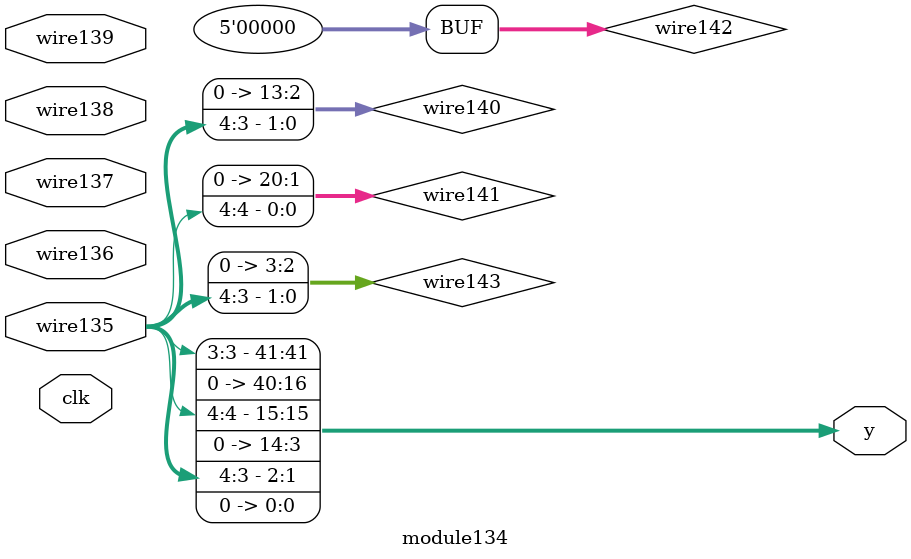
<source format=v>
module top
#(parameter param331 = (^~(((~|((8'haa) << (8'hb1))) <<< (((8'ha3) * (8'had)) <<< ((8'ha9) && (8'h9e)))) ? (((&(8'hbd)) != ((8'haf) ? (8'ha4) : (8'h9c))) && {(~&(8'hbc))}) : (!(^{(8'hbf), (8'ha1)})))), 
parameter param332 = (((param331 ? (param331 != (param331 ? (8'haa) : param331)) : (&param331)) ^~ {param331}) <= (((param331 <<< (+param331)) ? ((param331 ? param331 : param331) ? param331 : (^param331)) : (-param331)) ? (({param331} < (param331 < param331)) > ((param331 ? (8'hb3) : (8'hbd)) * (~(8'hbc)))) : ({(param331 && (8'hb7)), (param331 ? param331 : param331)} ? {((8'hb3) & param331), (-param331)} : ((param331 ? param331 : param331) * (param331 < param331))))))
(y, clk, wire0, wire1, wire2, wire3);
  output wire [(32'ha0):(32'h0)] y;
  input wire [(1'h0):(1'h0)] clk;
  input wire [(5'h10):(1'h0)] wire0;
  input wire [(5'h13):(1'h0)] wire1;
  input wire signed [(5'h15):(1'h0)] wire2;
  input wire signed [(4'hf):(1'h0)] wire3;
  wire signed [(4'hd):(1'h0)] wire330;
  wire signed [(3'h5):(1'h0)] wire328;
  wire signed [(4'hd):(1'h0)] wire327;
  wire signed [(5'h13):(1'h0)] wire326;
  wire [(5'h10):(1'h0)] wire118;
  wire signed [(5'h13):(1'h0)] wire120;
  wire signed [(2'h2):(1'h0)] wire121;
  wire [(4'h9):(1'h0)] wire122;
  wire signed [(3'h6):(1'h0)] wire123;
  wire signed [(5'h10):(1'h0)] wire124;
  wire [(5'h11):(1'h0)] wire125;
  wire [(3'h7):(1'h0)] wire126;
  wire signed [(4'hf):(1'h0)] wire324;
  reg signed [(2'h2):(1'h0)] reg329 = (1'h0);
  assign y = {wire330,
                 wire328,
                 wire327,
                 wire326,
                 wire118,
                 wire120,
                 wire121,
                 wire122,
                 wire123,
                 wire124,
                 wire125,
                 wire126,
                 wire324,
                 reg329,
                 (1'h0)};
  module4 #() modinst119 (wire118, clk, wire2, wire1, wire0, wire3);
  assign wire120 = wire0;
  assign wire121 = $unsigned((-(($unsigned(wire2) ~^ $signed(wire0)) >>> ((wire118 <<< wire2) ?
                       {wire1} : $signed(wire3)))));
  assign wire122 = $unsigned(($unsigned((~^$signed(wire1))) ?
                       ((~(wire3 ?
                           (8'ha1) : wire118)) >= (|wire120[(1'h1):(1'h1)])) : (wire3[(4'h9):(1'h0)] ?
                           $unsigned((wire118 ?
                               (8'hbc) : wire121)) : wire118)));
  assign wire123 = ((~$unsigned((wire121[(1'h0):(1'h0)] ^ (wire1 ^~ wire3)))) >> ((-(!(^wire122))) <<< $signed((wire2 > {wire1}))));
  assign wire124 = wire1;
  assign wire125 = (8'hae);
  assign wire126 = wire0;
  module127 #() modinst325 (wire324, clk, wire120, wire0, wire118, wire126, wire124);
  assign wire326 = ($signed(wire3[(1'h0):(1'h0)]) * (~|($signed(wire125[(3'h5):(2'h2)]) ?
                       $unsigned((^~(8'ha9))) : $unsigned((|(8'h9f))))));
  assign wire327 = (wire118 ?
                       ((-$signed((wire122 ?
                           wire0 : wire121))) * (~^$unsigned($unsigned(wire122)))) : ($signed((wire324 ^ (~^(8'hb8)))) ?
                           (($unsigned((8'ha5)) ~^ (wire3 ?
                               (8'ha0) : wire3)) * (-wire125)) : $unsigned(({wire126} >>> $signed(wire324)))));
  assign wire328 = $unsigned(((8'hb1) ? wire324 : wire3[(2'h3):(2'h2)]));
  always
    @(posedge clk) begin
      reg329 <= $signed((wire125 ?
          ({(wire125 == (7'h43))} ?
              {$unsigned(wire2)} : $unsigned((8'h9d))) : {(-$signed(wire324)),
              wire327[(2'h2):(1'h1)]}));
    end
  assign wire330 = reg329[(2'h2):(1'h1)];
endmodule

module module127
#(parameter param322 = (8'ha7), 
parameter param323 = param322)
(y, clk, wire132, wire131, wire130, wire129, wire128);
  output wire [(32'h273):(32'h0)] y;
  input wire [(1'h0):(1'h0)] clk;
  input wire signed [(4'hd):(1'h0)] wire132;
  input wire signed [(4'hd):(1'h0)] wire131;
  input wire signed [(5'h10):(1'h0)] wire130;
  input wire signed [(3'h7):(1'h0)] wire129;
  input wire signed [(5'h10):(1'h0)] wire128;
  wire [(4'hf):(1'h0)] wire145;
  wire [(4'hc):(1'h0)] wire133;
  wire signed [(4'he):(1'h0)] wire147;
  wire signed [(2'h3):(1'h0)] wire155;
  wire signed [(3'h4):(1'h0)] wire190;
  wire [(3'h7):(1'h0)] wire221;
  wire signed [(4'h8):(1'h0)] wire223;
  wire [(5'h13):(1'h0)] wire224;
  wire signed [(5'h12):(1'h0)] wire225;
  wire [(5'h10):(1'h0)] wire226;
  wire signed [(3'h6):(1'h0)] wire227;
  wire [(4'he):(1'h0)] wire295;
  wire signed [(5'h10):(1'h0)] wire297;
  wire signed [(3'h7):(1'h0)] wire320;
  reg [(5'h14):(1'h0)] reg189 = (1'h0);
  reg signed [(4'he):(1'h0)] reg188 = (1'h0);
  reg [(5'h10):(1'h0)] reg187 = (1'h0);
  reg signed [(3'h5):(1'h0)] reg186 = (1'h0);
  reg [(2'h2):(1'h0)] reg185 = (1'h0);
  reg signed [(4'hb):(1'h0)] reg184 = (1'h0);
  reg [(4'hd):(1'h0)] reg183 = (1'h0);
  reg [(5'h13):(1'h0)] reg182 = (1'h0);
  reg signed [(4'hb):(1'h0)] reg181 = (1'h0);
  reg signed [(3'h4):(1'h0)] reg180 = (1'h0);
  reg signed [(4'hb):(1'h0)] reg179 = (1'h0);
  reg [(4'he):(1'h0)] reg178 = (1'h0);
  reg signed [(4'he):(1'h0)] reg177 = (1'h0);
  reg [(5'h10):(1'h0)] reg176 = (1'h0);
  reg signed [(5'h10):(1'h0)] reg175 = (1'h0);
  reg signed [(4'h8):(1'h0)] reg174 = (1'h0);
  reg signed [(4'hc):(1'h0)] reg173 = (1'h0);
  reg [(4'hf):(1'h0)] reg172 = (1'h0);
  reg signed [(2'h2):(1'h0)] reg171 = (1'h0);
  reg [(4'hf):(1'h0)] reg170 = (1'h0);
  reg [(5'h13):(1'h0)] reg169 = (1'h0);
  reg [(4'h9):(1'h0)] reg168 = (1'h0);
  reg signed [(4'h9):(1'h0)] reg167 = (1'h0);
  reg [(2'h3):(1'h0)] reg166 = (1'h0);
  reg signed [(4'h8):(1'h0)] reg165 = (1'h0);
  reg signed [(4'h8):(1'h0)] reg164 = (1'h0);
  reg [(5'h10):(1'h0)] reg163 = (1'h0);
  reg signed [(2'h3):(1'h0)] reg162 = (1'h0);
  reg [(2'h2):(1'h0)] reg161 = (1'h0);
  reg [(4'he):(1'h0)] reg160 = (1'h0);
  reg [(4'hb):(1'h0)] reg159 = (1'h0);
  reg [(5'h11):(1'h0)] reg158 = (1'h0);
  reg signed [(4'h8):(1'h0)] reg157 = (1'h0);
  reg signed [(5'h10):(1'h0)] reg156 = (1'h0);
  reg signed [(5'h13):(1'h0)] reg154 = (1'h0);
  reg [(3'h6):(1'h0)] reg153 = (1'h0);
  reg [(5'h15):(1'h0)] reg152 = (1'h0);
  reg signed [(4'hf):(1'h0)] reg151 = (1'h0);
  reg signed [(3'h5):(1'h0)] reg150 = (1'h0);
  reg signed [(4'hb):(1'h0)] reg149 = (1'h0);
  reg signed [(4'h9):(1'h0)] reg148 = (1'h0);
  assign y = {wire145,
                 wire133,
                 wire147,
                 wire155,
                 wire190,
                 wire221,
                 wire223,
                 wire224,
                 wire225,
                 wire226,
                 wire227,
                 wire295,
                 wire297,
                 wire320,
                 reg189,
                 reg188,
                 reg187,
                 reg186,
                 reg185,
                 reg184,
                 reg183,
                 reg182,
                 reg181,
                 reg180,
                 reg179,
                 reg178,
                 reg177,
                 reg176,
                 reg175,
                 reg174,
                 reg173,
                 reg172,
                 reg171,
                 reg170,
                 reg169,
                 reg168,
                 reg167,
                 reg166,
                 reg165,
                 reg164,
                 reg163,
                 reg162,
                 reg161,
                 reg160,
                 reg159,
                 reg158,
                 reg157,
                 reg156,
                 reg154,
                 reg153,
                 reg152,
                 reg151,
                 reg150,
                 reg149,
                 reg148,
                 (1'h0)};
  assign wire133 = {$unsigned((8'hb0))};
  module134 #() modinst146 (wire145, clk, wire131, wire130, wire133, wire129, wire128);
  assign wire147 = (wire128 ?
                       (wire145 ?
                           (wire133 > $signed($unsigned(wire130))) : {($signed(wire129) != (8'hba)),
                               wire131}) : $signed(($unsigned((8'hb9)) ^~ (wire129[(2'h2):(2'h2)] & (wire128 ?
                           wire130 : (8'hb5))))));
  always
    @(posedge clk) begin
      reg148 <= (8'hba);
      reg149 <= (((8'hb6) ?
          (&wire133[(4'h8):(3'h4)]) : $signed($signed((wire130 ?
              wire129 : (8'ha6))))) ^~ (($signed(wire145[(4'h9):(4'h8)]) ?
              wire145[(4'he):(4'he)] : wire128[(4'hc):(4'hc)]) ?
          (-(!(wire128 ?
              wire133 : wire147))) : (((8'hb6) || wire130[(4'hf):(4'hd)]) ?
              ((wire130 <= wire147) ^ (wire128 - wire147)) : wire133)));
      if (({{$signed((wire145 ? wire130 : wire147)), wire132}} ?
          ($unsigned((~&$signed((8'h9c)))) >= (&$unsigned($unsigned(wire128)))) : (((~$signed((8'hb7))) ?
                  $signed($unsigned(wire129)) : wire133) ?
              wire128 : $unsigned((wire128 ?
                  (reg148 ? (8'h9c) : (7'h44)) : (reg148 ^ wire133))))))
        begin
          reg150 <= {$signed((8'h9d)),
              (wire130[(5'h10):(3'h6)] ?
                  ($signed((wire131 ?
                      wire130 : wire129)) << (~^$unsigned(reg149))) : wire130)};
          reg151 <= (^{$signed($unsigned(wire131[(4'h9):(2'h3)])),
              $signed((|$signed(wire129)))});
        end
      else
        begin
          reg150 <= $signed(wire131);
          reg151 <= $unsigned(wire130[(3'h4):(2'h2)]);
          reg152 <= wire128;
          if (($signed({$signed(wire145[(1'h1):(1'h1)]),
              (^~(reg148 ? wire128 : (8'hb4)))}) == reg148[(2'h2):(1'h0)]))
            begin
              reg153 <= $signed(({wire133,
                  wire128} || $unsigned({$signed(wire131),
                  reg149[(4'h9):(1'h1)]})));
              reg154 <= (($unsigned(wire133) - wire145[(3'h4):(2'h3)]) ?
                  wire147[(4'hc):(4'h9)] : ((wire145 ?
                      {((8'ha8) ^~ wire130),
                          (-wire133)} : $signed(reg153[(2'h2):(1'h0)])) < $unsigned((wire145[(4'hf):(3'h7)] ?
                      (wire131 * wire130) : reg151))));
            end
          else
            begin
              reg153 <= wire132[(3'h7):(2'h2)];
            end
        end
    end
  assign wire155 = $unsigned((wire130 ?
                       reg153[(2'h3):(1'h0)] : {({wire145, wire131} ?
                               wire147 : $signed(wire130))}));
  always
    @(posedge clk) begin
      reg156 <= $unsigned(wire130[(4'hb):(4'h9)]);
      if (({$signed($signed((^~wire132))),
          $signed((reg156 ?
              $signed(wire147) : wire128[(3'h7):(2'h2)]))} ~^ ((((reg152 ?
                  (8'ha5) : reg149) ?
              reg151 : (reg150 ? wire133 : reg148)) ?
          $signed((-wire155)) : $unsigned($unsigned(wire145))) > ((~|$unsigned((8'ha5))) ?
          $unsigned($unsigned(reg153)) : $unsigned($unsigned(wire129))))))
        begin
          reg157 <= (reg151[(1'h1):(1'h1)] ?
              $signed((~(wire130 <= wire129[(3'h5):(2'h3)]))) : ((~|reg156) ?
                  ($signed(reg152[(5'h13):(5'h11)]) - (^((8'ha5) * (8'hb6)))) : ($signed($unsigned(wire130)) ?
                      wire132[(4'h9):(2'h2)] : $signed($unsigned(wire145)))));
          reg158 <= $signed((($unsigned((8'had)) > reg150) ?
              (((reg150 ? reg150 : wire131) ?
                  $unsigned(reg148) : reg151[(4'h8):(1'h0)]) >> wire147[(3'h7):(3'h4)]) : (reg149 ?
                  (~&(^reg148)) : $unsigned((~|reg156)))));
        end
      else
        begin
          reg157 <= reg148;
          reg158 <= wire128;
          reg159 <= (($signed({$unsigned(wire133),
              (+wire155)}) + $signed({(wire131 ? wire133 : wire129),
              {(8'hb8), reg158}})) <= ((!(|$signed(reg148))) ?
              $unsigned(((~^wire132) > ((8'hbd) && wire147))) : wire133));
          if ((($signed(reg156) ?
              (8'hae) : {$unsigned((8'ha4))}) < ((~|(~^$signed(wire128))) || $signed((wire131[(4'h8):(3'h4)] ?
              wire133 : $unsigned(reg156))))))
            begin
              reg160 <= reg154;
              reg161 <= (~$unsigned((^~($signed((8'hb2)) ?
                  reg148 : (reg152 << wire131)))));
            end
          else
            begin
              reg160 <= reg156;
              reg161 <= $unsigned(reg152);
            end
        end
      if (($signed(wire131) <= (|($signed($unsigned(reg160)) ^~ $signed($unsigned(wire155))))))
        begin
          if (((wire129[(2'h3):(2'h2)] != (((reg149 ? wire133 : reg150) ?
              (^~reg161) : $unsigned(wire130)) <<< ((&wire130) ?
              reg151[(3'h5):(3'h4)] : ((8'hb0) << wire155)))) - ($unsigned(wire128[(1'h0):(1'h0)]) ?
              (8'haf) : wire132)))
            begin
              reg162 <= (reg160[(4'hc):(4'hc)] <= ($unsigned($unsigned(reg157)) ?
                  $signed(($unsigned(wire130) < $signed(reg152))) : (reg152[(4'hf):(1'h0)] ~^ reg161[(2'h2):(2'h2)])));
              reg163 <= $signed($unsigned((8'h9e)));
              reg164 <= wire129[(3'h7):(2'h2)];
            end
          else
            begin
              reg162 <= {((8'hb0) ?
                      (~^($signed(reg150) ?
                          (reg153 || wire145) : ((8'ha8) ?
                              (8'hbd) : wire129))) : (|$signed(reg148[(3'h4):(1'h0)]))),
                  reg154};
              reg163 <= ((8'hae) ?
                  ($unsigned($unsigned((+wire145))) <= ($unsigned($unsigned(wire147)) >= ($signed(wire132) && $signed((8'hb0))))) : ($signed($unsigned((wire133 <<< reg158))) ?
                      reg157[(3'h4):(2'h2)] : (-wire132)));
            end
          reg165 <= (reg149[(1'h0):(1'h0)] ?
              reg150 : {((|(reg151 ? wire128 : reg153)) ?
                      (|$signed(reg153)) : $unsigned((~^wire128)))});
          reg166 <= reg149[(2'h2):(1'h1)];
          reg167 <= {reg157, reg162};
        end
      else
        begin
          reg162 <= $unsigned((~$unsigned($signed(reg157[(1'h1):(1'h1)]))));
          if ((reg167 <= ((reg166[(1'h1):(1'h0)] ?
              wire155[(2'h3):(2'h2)] : (~^$unsigned(wire147))) == $unsigned((^$signed(reg152))))))
            begin
              reg163 <= reg158;
              reg164 <= ($unsigned(reg165[(1'h0):(1'h0)]) ^~ reg162[(2'h3):(2'h2)]);
            end
          else
            begin
              reg163 <= ($unsigned($signed(reg160)) ?
                  $signed($signed($signed((wire129 ?
                      wire130 : wire145)))) : reg149);
            end
          if (($unsigned($unsigned(({(7'h42), (8'hab)} ?
              (reg164 ?
                  wire129 : reg161) : $unsigned(wire145)))) >> ((wire130[(2'h2):(2'h2)] <<< (|(!reg149))) ?
              wire147 : (wire155[(2'h3):(2'h2)] >>> $signed(reg149[(3'h6):(2'h3)])))))
            begin
              reg165 <= (~|($signed(($signed((8'had)) ?
                  (wire132 * reg148) : $signed(reg167))) ^~ ($signed(((8'ha5) ?
                  reg164 : (8'hb9))) & $signed($unsigned(reg153)))));
              reg166 <= $signed($unsigned((reg151 ?
                  ((~&reg153) ?
                      ((8'ha7) ? reg167 : reg164) : reg158) : $signed((wire131 ?
                      reg163 : reg166)))));
              reg167 <= ({reg148[(4'h9):(3'h5)],
                      (((~&reg149) ^ (-(8'ha5))) <= (!$signed(reg166)))} ?
                  $unsigned((reg150 >>> (^(&reg164)))) : $unsigned(($signed(wire131[(2'h2):(1'h1)]) || (+(!wire129)))));
            end
          else
            begin
              reg165 <= ({(reg152[(4'hd):(2'h3)] << ((+reg160) <<< $signed(wire131)))} << (reg165 << $signed($unsigned({(8'hb8),
                  reg153}))));
            end
          reg168 <= reg167;
          reg169 <= reg156;
        end
      reg170 <= wire128[(4'hc):(1'h1)];
    end
  always
    @(posedge clk) begin
      if ((reg157 & (((reg153[(1'h0):(1'h0)] && $unsigned(reg154)) > (^~$unsigned(reg149))) ?
          ({reg153[(3'h6):(1'h0)], reg156[(4'hf):(3'h5)]} ?
              reg154 : {((8'haa) < wire131)}) : ({reg167[(3'h7):(1'h0)]} ?
              $signed($unsigned(reg156)) : (+wire145)))))
        begin
          reg171 <= (&wire130[(3'h4):(1'h0)]);
          if (((8'h9f) ?
              reg164[(1'h1):(1'h1)] : ($signed(((reg166 ? wire130 : wire147) ?
                  (reg170 == reg154) : (wire133 ?
                      wire129 : reg165))) && (~&$unsigned((^~reg148))))))
            begin
              reg172 <= wire155[(1'h1):(1'h1)];
              reg173 <= wire132;
              reg174 <= reg161[(1'h0):(1'h0)];
              reg175 <= $signed(((^~{$signed(reg169), reg165}) ?
                  reg169 : $signed((^(~|reg149)))));
              reg176 <= wire147;
            end
          else
            begin
              reg172 <= $signed($unsigned($signed($signed($unsigned(reg149)))));
            end
          if ((~^((((wire145 ^ (8'hbf)) ?
                      $signed(reg169) : {wire147, wire147}) ?
                  wire131[(3'h5):(2'h3)] : reg158[(4'ha):(3'h6)]) ?
              ($signed($signed((8'hb1))) << $unsigned(reg172[(4'hb):(4'hb)])) : reg159[(3'h7):(3'h5)])))
            begin
              reg177 <= reg162;
              reg178 <= (($signed(reg163) - reg152) < wire129);
            end
          else
            begin
              reg177 <= (($unsigned(reg177[(2'h2):(2'h2)]) < (~$signed($unsigned((8'hbb))))) ?
                  (~^reg169) : $signed(reg154));
              reg178 <= $unsigned(wire155);
            end
          reg179 <= ($signed($signed(reg158)) || $unsigned(((-$signed(wire133)) | ((reg164 ?
                  reg160 : (8'ha9)) ?
              reg162[(2'h2):(2'h2)] : (8'ha6)))));
          if ((reg176[(5'h10):(1'h0)] * reg153[(3'h4):(1'h1)]))
            begin
              reg180 <= ((((((8'h9d) ? reg175 : wire133) ?
                      $signed(reg157) : (reg162 ?
                          (8'hba) : reg176)) >>> $signed($signed(reg158))) == $signed($unsigned((reg175 >> reg157)))) ?
                  reg171[(1'h1):(1'h0)] : $unsigned(($unsigned(wire145[(4'hb):(3'h5)]) * (~reg179[(3'h7):(2'h2)]))));
              reg181 <= $signed(reg162);
              reg182 <= wire155;
              reg183 <= reg180[(2'h3):(2'h3)];
              reg184 <= {(-$signed(reg158)), {reg156, wire133}};
            end
          else
            begin
              reg180 <= (~&$signed(($unsigned($signed(reg163)) ?
                  {(reg149 >>> wire145)} : (&{wire147}))));
              reg181 <= reg171;
              reg182 <= reg181[(4'ha):(2'h3)];
              reg183 <= ((wire147[(2'h2):(1'h1)] ?
                  reg149 : (|(-reg149[(3'h5):(3'h5)]))) >= (~&((reg183[(4'hb):(3'h5)] & (reg156 ?
                      wire132 : reg156)) ?
                  $unsigned($unsigned(wire130)) : (wire132[(3'h5):(3'h4)] == reg156))));
              reg184 <= wire130[(5'h10):(4'hd)];
            end
        end
      else
        begin
          if (reg164[(1'h0):(1'h0)])
            begin
              reg171 <= reg156[(1'h0):(1'h0)];
              reg172 <= (reg157[(1'h0):(1'h0)] < ((&reg164) <= wire130[(3'h7):(3'h7)]));
              reg173 <= {{reg177}, (reg171 ~^ reg184)};
              reg174 <= reg176[(2'h3):(2'h2)];
            end
          else
            begin
              reg171 <= reg159;
              reg172 <= reg149[(4'hb):(2'h2)];
              reg173 <= $signed((^reg167[(3'h4):(1'h1)]));
              reg174 <= $signed({$unsigned({(wire133 >> (7'h44))})});
              reg175 <= $signed({$signed(reg149[(4'h8):(1'h1)])});
            end
          reg176 <= (|(&$unsigned($unsigned((~wire131)))));
          reg177 <= $unsigned($signed({$unsigned({reg165, reg171}),
              ($unsigned(wire131) || (reg156 | reg163))}));
          if (reg182)
            begin
              reg178 <= (8'h9d);
            end
          else
            begin
              reg178 <= $unsigned($signed($unsigned(reg162[(2'h3):(1'h1)])));
              reg179 <= reg169;
              reg180 <= reg181;
              reg181 <= ($signed(reg165) ?
                  reg176 : ((!reg152) ~^ wire145[(1'h1):(1'h1)]));
            end
          if (({{reg160[(3'h4):(3'h4)],
                  {{reg177, reg149}, wire145[(3'h6):(2'h3)]}},
              reg179[(4'h9):(1'h1)]} << $signed(({$signed((8'had)),
                  (wire129 <= (8'ha8))} ?
              $signed((&(8'ha2))) : (&reg166)))))
            begin
              reg182 <= reg168;
              reg183 <= {(|(((+reg165) <= {reg160}) <<< (8'hb8))),
                  reg167[(3'h6):(3'h6)]};
              reg184 <= (8'hbf);
              reg185 <= ({reg159[(3'h7):(3'h7)],
                  reg174[(1'h0):(1'h0)]} < {$unsigned($unsigned((reg169 != wire155)))});
              reg186 <= ($unsigned($signed(reg174)) | wire133);
            end
          else
            begin
              reg182 <= reg161[(1'h1):(1'h1)];
              reg183 <= $signed(reg154[(2'h3):(2'h3)]);
            end
        end
      reg187 <= $signed((^~$signed(((~|wire128) && reg182))));
      reg188 <= reg171[(2'h2):(1'h1)];
      reg189 <= reg171;
    end
  assign wire190 = $unsigned($unsigned($signed({(reg165 ? (8'ha2) : reg151),
                       $unsigned(wire128)})));
  module191 #() modinst222 (.wire195(reg163), .wire194(reg157), .wire192(reg158), .clk(clk), .wire193(reg154), .y(wire221));
  assign wire223 = $unsigned(reg188[(4'hb):(4'h8)]);
  assign wire224 = ((wire155[(2'h2):(1'h0)] ^~ wire131) ?
                       $signed($unsigned({reg151, wire221})) : (reg167 ?
                           (reg175[(2'h2):(1'h0)] || ($signed(wire221) ?
                               wire133[(4'h8):(4'h8)] : {wire133})) : wire131));
  assign wire225 = $unsigned(reg175[(4'hc):(3'h5)]);
  assign wire226 = ($signed($unsigned($signed($signed((8'hb0))))) ?
                       $signed(reg154[(2'h2):(2'h2)]) : reg189[(2'h2):(1'h1)]);
  assign wire227 = (($unsigned(((|(8'hab)) == $signed(reg184))) ?
                           wire147 : ($signed(reg167) & ((~reg170) && (reg179 ?
                               wire224 : reg183)))) ?
                       $signed(reg175[(4'hf):(4'hb)]) : $signed(wire130));
  module228 #() modinst296 (.wire232(wire226), .wire231(wire223), .wire229(reg169), .clk(clk), .wire230(reg154), .y(wire295));
  assign wire297 = (~|{((|$unsigned(reg148)) ?
                           reg181 : $signed(((8'h9e) >>> wire155)))});
  module298 #() modinst321 (.wire303(reg164), .wire300(reg183), .wire302(reg158), .wire301(reg181), .clk(clk), .y(wire320), .wire299(wire128));
endmodule

module module4  (y, clk, wire5, wire6, wire7, wire8);
  output wire [(32'hb3):(32'h0)] y;
  input wire [(1'h0):(1'h0)] clk;
  input wire [(5'h15):(1'h0)] wire5;
  input wire signed [(5'h13):(1'h0)] wire6;
  input wire [(5'h10):(1'h0)] wire7;
  input wire [(4'hc):(1'h0)] wire8;
  wire [(3'h7):(1'h0)] wire116;
  wire signed [(5'h15):(1'h0)] wire78;
  wire [(4'hc):(1'h0)] wire77;
  wire [(3'h7):(1'h0)] wire76;
  wire [(5'h12):(1'h0)] wire55;
  wire [(4'hb):(1'h0)] wire57;
  wire [(4'hc):(1'h0)] wire74;
  reg [(5'h13):(1'h0)] reg63 = (1'h0);
  reg signed [(5'h14):(1'h0)] reg62 = (1'h0);
  reg [(4'he):(1'h0)] reg61 = (1'h0);
  reg [(4'hf):(1'h0)] reg60 = (1'h0);
  reg signed [(4'hb):(1'h0)] reg59 = (1'h0);
  reg signed [(4'hb):(1'h0)] reg58 = (1'h0);
  assign y = {wire116,
                 wire78,
                 wire77,
                 wire76,
                 wire55,
                 wire57,
                 wire74,
                 reg63,
                 reg62,
                 reg61,
                 reg60,
                 reg59,
                 reg58,
                 (1'h0)};
  module9 #() modinst56 (.wire13(wire8), .y(wire55), .wire12(wire6), .wire10((8'ha6)), .wire14(wire5), .wire11(wire7), .clk(clk));
  assign wire57 = wire5[(4'he):(3'h7)];
  always
    @(posedge clk) begin
      reg58 <= wire5[(5'h10):(3'h7)];
      if (wire6[(4'h9):(2'h2)])
        begin
          if (reg58[(2'h2):(1'h1)])
            begin
              reg59 <= $unsigned(wire57[(3'h4):(2'h3)]);
              reg60 <= ((-wire8[(3'h4):(1'h0)]) << (^~$unsigned({(wire7 ?
                      reg59 : reg59)})));
              reg61 <= (~reg60);
              reg62 <= wire57;
            end
          else
            begin
              reg59 <= reg59[(3'h5):(3'h5)];
            end
          reg63 <= $unsigned({(~&$signed(reg58))});
        end
      else
        begin
          reg59 <= (wire57 >> (wire55 ^ reg61[(3'h5):(1'h1)]));
        end
    end
  module64 #() modinst75 (wire74, clk, reg62, wire55, wire7, wire57);
  assign wire76 = (reg61[(1'h1):(1'h1)] ?
                      reg60 : ($signed((wire55[(4'hc):(1'h1)] ?
                          $signed((8'hbc)) : $signed(reg60))) != wire5[(5'h15):(4'he)]));
  assign wire77 = reg60[(4'he):(4'hc)];
  assign wire78 = reg63[(1'h0):(1'h0)];
  module79 #() modinst117 (.wire80(wire77), .wire82(reg63), .wire81(wire78), .wire83(wire55), .y(wire116), .wire84(wire57), .clk(clk));
endmodule

module module79
#(parameter param114 = (~&({({(8'ha4)} ? ((8'had) <= (7'h40)) : ((7'h42) <<< (8'hb9))), (((8'hb8) < (7'h40)) ? (+(8'ha7)) : ((8'ha3) || (8'hb4)))} ? {(8'ha6)} : {(!(~|(8'hb5))), (((8'h9e) * (8'hbe)) ? ((8'h9e) > (8'ha5)) : ((8'ha8) ? (8'hbd) : (8'hb4)))})), 
parameter param115 = ((~^(^~{{param114, param114}})) ? {(^~param114), (((|param114) ? (^~param114) : (~|param114)) != (~&(!param114)))} : ((+(^~(param114 >= param114))) ? (-((param114 >= param114) ? (&(8'hba)) : (param114 == param114))) : (param114 ? param114 : ((param114 - param114) ? (^~param114) : (~|param114))))))
(y, clk, wire84, wire83, wire82, wire81, wire80);
  output wire [(32'h148):(32'h0)] y;
  input wire [(1'h0):(1'h0)] clk;
  input wire signed [(4'hb):(1'h0)] wire84;
  input wire [(5'h10):(1'h0)] wire83;
  input wire [(4'hf):(1'h0)] wire82;
  input wire signed [(5'h14):(1'h0)] wire81;
  input wire signed [(3'h6):(1'h0)] wire80;
  wire [(5'h15):(1'h0)] wire113;
  wire [(4'hb):(1'h0)] wire112;
  wire signed [(4'h9):(1'h0)] wire111;
  wire signed [(4'h9):(1'h0)] wire110;
  wire [(5'h12):(1'h0)] wire98;
  wire signed [(4'ha):(1'h0)] wire97;
  wire signed [(4'hf):(1'h0)] wire96;
  wire [(3'h4):(1'h0)] wire95;
  wire signed [(4'h9):(1'h0)] wire94;
  wire signed [(4'hb):(1'h0)] wire93;
  wire [(4'hc):(1'h0)] wire91;
  wire signed [(2'h2):(1'h0)] wire90;
  wire [(5'h12):(1'h0)] wire89;
  wire signed [(4'he):(1'h0)] wire88;
  wire [(4'h8):(1'h0)] wire87;
  wire [(4'hd):(1'h0)] wire85;
  reg signed [(4'hc):(1'h0)] reg109 = (1'h0);
  reg signed [(2'h2):(1'h0)] reg108 = (1'h0);
  reg signed [(5'h12):(1'h0)] reg107 = (1'h0);
  reg signed [(2'h2):(1'h0)] reg106 = (1'h0);
  reg signed [(4'hf):(1'h0)] reg105 = (1'h0);
  reg signed [(4'hf):(1'h0)] reg104 = (1'h0);
  reg [(5'h14):(1'h0)] reg103 = (1'h0);
  reg signed [(2'h3):(1'h0)] reg102 = (1'h0);
  reg signed [(5'h10):(1'h0)] reg101 = (1'h0);
  reg signed [(3'h5):(1'h0)] reg100 = (1'h0);
  reg [(3'h5):(1'h0)] reg99 = (1'h0);
  reg [(4'hc):(1'h0)] reg92 = (1'h0);
  reg [(5'h12):(1'h0)] reg86 = (1'h0);
  assign y = {wire113,
                 wire112,
                 wire111,
                 wire110,
                 wire98,
                 wire97,
                 wire96,
                 wire95,
                 wire94,
                 wire93,
                 wire91,
                 wire90,
                 wire89,
                 wire88,
                 wire87,
                 wire85,
                 reg109,
                 reg108,
                 reg107,
                 reg106,
                 reg105,
                 reg104,
                 reg103,
                 reg102,
                 reg101,
                 reg100,
                 reg99,
                 reg92,
                 reg86,
                 (1'h0)};
  assign wire85 = wire83[(4'hf):(4'ha)];
  always
    @(posedge clk) begin
      reg86 <= $signed(($unsigned(($unsigned(wire81) >= $signed(wire84))) >> (wire82[(1'h1):(1'h1)] << $signed(wire85[(3'h7):(2'h2)]))));
    end
  assign wire87 = $signed((((8'hb9) ?
                      reg86 : wire80) - (($unsigned(wire81) ^ reg86[(3'h5):(2'h2)]) <<< ((~|(7'h42)) >> $signed(reg86)))));
  assign wire88 = wire83;
  assign wire89 = wire85;
  assign wire90 = wire80[(3'h6):(3'h6)];
  assign wire91 = wire82[(4'he):(3'h5)];
  always
    @(posedge clk) begin
      reg92 <= (~&((wire87 ?
          ({wire84, wire83} ?
              (^wire88) : wire88) : $signed((^~wire85))) == wire83));
    end
  assign wire93 = ({{$unsigned((wire90 ? wire90 : wire83))},
                      (wire80[(3'h5):(2'h3)] ?
                          $signed((~^wire84)) : {wire85,
                              {wire80}})} == $signed($signed($unsigned((wire84 ?
                      wire82 : wire81)))));
  assign wire94 = reg86[(3'h6):(3'h6)];
  assign wire95 = wire91;
  assign wire96 = (reg86 + (($unsigned($signed(wire81)) ?
                          (wire82[(4'hd):(4'hb)] ~^ $unsigned(wire91)) : (wire83 == reg86[(5'h10):(3'h6)])) ?
                      $signed($signed(wire82[(3'h7):(3'h5)])) : (8'ha0)));
  assign wire97 = (8'ha9);
  assign wire98 = (8'hb4);
  always
    @(posedge clk) begin
      reg99 <= {wire96,
          $unsigned(($unsigned((^~(8'hb1))) ?
              (((7'h42) ? wire97 : wire98) ?
                  $unsigned(wire81) : $signed(wire83)) : (reg92 ^ (reg86 ?
                  reg86 : wire85))))};
      reg100 <= wire90;
      reg101 <= $signed(($unsigned((&(wire90 + wire91))) <= {reg92,
          wire90[(1'h1):(1'h1)]}));
      reg102 <= $unsigned(wire89[(5'h10):(3'h5)]);
      if ((wire93[(3'h4):(1'h0)] ?
          {($signed($unsigned(reg100)) > {(reg92 ? wire84 : wire96),
                  $signed((8'hab))})} : (($signed((reg86 * wire80)) ?
              (wire85[(1'h0):(1'h0)] != wire94[(3'h5):(2'h3)]) : ($unsigned(wire93) ?
                  (wire89 ? wire81 : wire84) : wire91)) == ((-(wire96 ?
              wire96 : wire97)) != $signed((reg99 ? wire80 : wire82))))))
        begin
          reg103 <= (~((($signed(wire95) ? reg92[(3'h7):(3'h5)] : (^~wire89)) ?
              wire88[(4'h8):(2'h3)] : (8'hac)) * ((((8'hb3) != reg86) >= {reg86,
                  reg102}) ?
              {wire80[(2'h3):(2'h2)]} : $unsigned($signed(wire84)))));
        end
      else
        begin
          reg103 <= ($signed($signed({wire89,
              {reg102, wire94}})) || $signed({(8'hab), (+$signed(reg100))}));
          reg104 <= ((wire81[(4'hf):(4'ha)] ?
              wire96[(4'he):(1'h0)] : {reg103[(3'h7):(2'h2)]}) <<< reg101[(2'h3):(2'h2)]);
          if ((wire96[(4'hf):(1'h0)] & (~&((~|(reg99 == (8'hb1))) ?
              wire91[(4'hb):(2'h2)] : ((reg99 != wire98) ?
                  (wire81 && (8'ha0)) : {wire98, wire91})))))
            begin
              reg105 <= $signed({wire83[(3'h4):(1'h1)], wire88});
              reg106 <= reg86;
              reg107 <= (({($unsigned(reg86) ^ $signed(reg105))} ?
                      $signed($signed((reg99 ? wire95 : wire94))) : wire95) ?
                  reg105 : wire94);
              reg108 <= $unsigned((($signed((wire81 << reg107)) - ($signed((8'ha4)) >>> $unsigned(reg100))) >= $signed((|$unsigned(wire87)))));
              reg109 <= $signed($signed(wire97[(1'h0):(1'h0)]));
            end
          else
            begin
              reg105 <= (~^$signed((((reg106 << (7'h40)) >>> (^wire80)) >> reg86[(3'h7):(3'h7)])));
              reg106 <= (|reg107);
            end
        end
    end
  assign wire110 = (wire80[(1'h1):(1'h1)] ?
                       ($unsigned((7'h40)) ?
                           $signed(reg86) : (&$signed($unsigned((8'h9d))))) : ((reg103 <<< $signed($unsigned((8'h9d)))) ?
                           $signed($unsigned(wire80)) : (~&$unsigned((~wire90)))));
  assign wire111 = $signed((^~(|{reg107[(1'h0):(1'h0)], (-wire87)})));
  assign wire112 = wire89;
  assign wire113 = {$unsigned((({wire110} == $unsigned(reg104)) ?
                           $signed(wire112) : wire96)),
                       (($unsigned($unsigned(wire82)) ?
                               reg106 : {wire84, $unsigned((8'hb6))}) ?
                           ((8'hbc) ?
                               {(wire98 ?
                                       (8'hb0) : wire81)} : {reg107[(1'h0):(1'h0)],
                                   $unsigned(reg106)}) : $signed({{wire80,
                                   (8'hbf)},
                               (8'ha6)}))};
endmodule

module module64
#(parameter param73 = ((8'hb4) != ((+((+(8'ha0)) ~^ (~(8'hbe)))) + ((8'h9e) <<< (((8'ha0) ? (8'hb9) : (8'haf)) == ((8'had) ? (8'h9c) : (7'h43)))))))
(y, clk, wire68, wire67, wire66, wire65);
  output wire [(32'h29):(32'h0)] y;
  input wire [(1'h0):(1'h0)] clk;
  input wire [(4'h8):(1'h0)] wire68;
  input wire signed [(5'h12):(1'h0)] wire67;
  input wire signed [(4'hf):(1'h0)] wire66;
  input wire [(3'h6):(1'h0)] wire65;
  wire signed [(4'h8):(1'h0)] wire72;
  wire [(3'h6):(1'h0)] wire71;
  wire [(5'h13):(1'h0)] wire70;
  wire [(3'h7):(1'h0)] wire69;
  assign y = {wire72, wire71, wire70, wire69, (1'h0)};
  assign wire69 = wire68;
  assign wire70 = wire69;
  assign wire71 = (~(wire67[(4'he):(3'h6)] ? wire65[(3'h6):(2'h3)] : wire70));
  assign wire72 = wire65[(1'h0):(1'h0)];
endmodule

module module9
#(parameter param54 = (((((!(8'hb0)) ? {(8'hbc)} : (-(8'ha6))) == (((8'ha7) ^~ (7'h43)) <<< ((8'haf) ? (8'ha1) : (8'h9f)))) ? ({(+(8'ha1)), (~^(8'hab))} << (((8'hb5) >>> (7'h43)) <<< (-(8'ha8)))) : {(~(~|(8'hbb))), (+((8'hbf) >> (8'ha8)))}) ? (8'hb8) : (((-((8'hab) > (8'h9e))) ? (((8'hbe) ? (8'hb1) : (8'hb0)) >>> (+(8'hba))) : (!((8'ha2) ? (8'ha9) : (8'hb6)))) || (((-(8'hae)) >>> (8'hb0)) <<< (|{(8'hb6)})))))
(y, clk, wire14, wire13, wire12, wire11, wire10);
  output wire [(32'h1e3):(32'h0)] y;
  input wire [(1'h0):(1'h0)] clk;
  input wire [(4'h8):(1'h0)] wire14;
  input wire signed [(3'h6):(1'h0)] wire13;
  input wire signed [(4'h9):(1'h0)] wire12;
  input wire signed [(5'h10):(1'h0)] wire11;
  input wire signed [(5'h14):(1'h0)] wire10;
  wire signed [(4'hc):(1'h0)] wire53;
  wire signed [(4'hc):(1'h0)] wire35;
  wire [(3'h7):(1'h0)] wire34;
  wire [(5'h10):(1'h0)] wire33;
  wire signed [(4'he):(1'h0)] wire16;
  wire signed [(3'h4):(1'h0)] wire15;
  reg signed [(5'h12):(1'h0)] reg52 = (1'h0);
  reg signed [(5'h10):(1'h0)] reg51 = (1'h0);
  reg [(4'h8):(1'h0)] reg50 = (1'h0);
  reg [(4'hf):(1'h0)] reg49 = (1'h0);
  reg [(3'h7):(1'h0)] reg48 = (1'h0);
  reg [(5'h13):(1'h0)] reg47 = (1'h0);
  reg [(5'h14):(1'h0)] reg46 = (1'h0);
  reg signed [(4'h8):(1'h0)] reg45 = (1'h0);
  reg signed [(4'he):(1'h0)] reg44 = (1'h0);
  reg signed [(5'h15):(1'h0)] reg43 = (1'h0);
  reg [(4'hd):(1'h0)] reg42 = (1'h0);
  reg signed [(3'h6):(1'h0)] reg41 = (1'h0);
  reg [(4'he):(1'h0)] reg40 = (1'h0);
  reg [(5'h15):(1'h0)] reg39 = (1'h0);
  reg [(5'h10):(1'h0)] reg38 = (1'h0);
  reg signed [(4'h9):(1'h0)] reg37 = (1'h0);
  reg [(3'h4):(1'h0)] reg36 = (1'h0);
  reg [(3'h4):(1'h0)] reg32 = (1'h0);
  reg [(4'hc):(1'h0)] reg31 = (1'h0);
  reg signed [(4'hf):(1'h0)] reg30 = (1'h0);
  reg signed [(4'hf):(1'h0)] reg29 = (1'h0);
  reg signed [(5'h13):(1'h0)] reg28 = (1'h0);
  reg [(5'h13):(1'h0)] reg27 = (1'h0);
  reg [(2'h3):(1'h0)] reg26 = (1'h0);
  reg signed [(3'h6):(1'h0)] reg25 = (1'h0);
  reg signed [(5'h12):(1'h0)] reg24 = (1'h0);
  reg [(4'hc):(1'h0)] reg23 = (1'h0);
  reg signed [(4'ha):(1'h0)] reg22 = (1'h0);
  reg signed [(5'h10):(1'h0)] reg21 = (1'h0);
  reg signed [(4'hc):(1'h0)] reg20 = (1'h0);
  reg [(4'hf):(1'h0)] reg19 = (1'h0);
  reg [(2'h2):(1'h0)] reg18 = (1'h0);
  reg signed [(4'ha):(1'h0)] reg17 = (1'h0);
  assign y = {wire53,
                 wire35,
                 wire34,
                 wire33,
                 wire16,
                 wire15,
                 reg52,
                 reg51,
                 reg50,
                 reg49,
                 reg48,
                 reg47,
                 reg46,
                 reg45,
                 reg44,
                 reg43,
                 reg42,
                 reg41,
                 reg40,
                 reg39,
                 reg38,
                 reg37,
                 reg36,
                 reg32,
                 reg31,
                 reg30,
                 reg29,
                 reg28,
                 reg27,
                 reg26,
                 reg25,
                 reg24,
                 reg23,
                 reg22,
                 reg21,
                 reg20,
                 reg19,
                 reg18,
                 reg17,
                 (1'h0)};
  assign wire15 = $unsigned($unsigned((!{wire14[(3'h6):(3'h4)],
                      $signed((8'hb6))})));
  assign wire16 = $unsigned($signed(wire15));
  always
    @(posedge clk) begin
      reg17 <= wire14[(3'h5):(1'h1)];
      reg18 <= (8'hb1);
      reg19 <= {{({$unsigned(wire12)} & ($signed(wire10) > wire11[(3'h5):(3'h4)])),
              $signed((^~$unsigned(wire10)))}};
      if ({wire16, reg17[(3'h4):(2'h2)]})
        begin
          reg20 <= reg19;
          reg21 <= reg18[(1'h0):(1'h0)];
          if ($unsigned(($unsigned(reg21) >>> (|$unsigned(wire10)))))
            begin
              reg22 <= wire13[(3'h6):(2'h3)];
            end
          else
            begin
              reg22 <= wire13;
              reg23 <= (($unsigned((reg20 ?
                      wire11 : ((8'h9f) ? wire11 : reg22))) << reg18) ?
                  ($signed(reg21) >> (^(wire13 ?
                      $unsigned(reg21) : reg20))) : ({$unsigned((~wire12))} - reg19));
              reg24 <= $signed({({(wire11 <<< reg19),
                          (wire11 ? reg23 : wire13)} ?
                      $signed({reg22, reg17}) : reg19[(4'hb):(4'h8)]),
                  $unsigned(reg18[(1'h1):(1'h0)])});
              reg25 <= (reg24 ?
                  (&($signed($unsigned(reg23)) ?
                      (8'hbe) : ({reg23, reg24} ?
                          $signed(wire15) : wire12[(4'h8):(3'h7)]))) : reg24);
              reg26 <= $unsigned({reg20, (reg18 ^ wire12[(1'h0):(1'h0)])});
            end
          reg27 <= reg19[(2'h3):(2'h2)];
        end
      else
        begin
          if ((($signed($signed((~|wire11))) << reg25) ?
              ($unsigned(reg24) ?
                  $signed((reg17[(3'h7):(3'h5)] ?
                      {wire14} : reg21[(3'h5):(2'h3)])) : ((reg22 ?
                      (reg27 <= wire11) : (reg23 ?
                          reg21 : reg26)) || $unsigned((8'hb2)))) : $unsigned($signed(reg21[(2'h3):(2'h3)]))))
            begin
              reg20 <= ($signed((reg22[(2'h2):(2'h2)] == $unsigned({reg24}))) + ({wire10} ?
                  reg23 : $unsigned(reg25)));
              reg21 <= $unsigned(reg21);
              reg22 <= $unsigned({reg18[(2'h2):(2'h2)],
                  $unsigned($unsigned((reg17 ? reg23 : wire13)))});
            end
          else
            begin
              reg20 <= reg23[(4'hc):(4'ha)];
              reg21 <= wire12;
            end
          reg23 <= $signed(($signed(($signed((8'hb6)) << $unsigned(reg20))) ?
              {reg19} : $unsigned(({reg24} + (wire11 >>> reg18)))));
          reg24 <= $unsigned({reg23});
        end
      if (wire11[(5'h10):(4'hd)])
        begin
          reg28 <= $signed($unsigned((~&(~^wire13))));
          reg29 <= (^(-$unsigned(wire11[(4'he):(4'hb)])));
          reg30 <= $signed(((~((+reg28) ? reg27 : $unsigned(reg29))) ?
              (reg17 ?
                  reg28 : ({wire12} <<< (reg18 ?
                      wire14 : wire10))) : (^~$signed(reg21))));
        end
      else
        begin
          reg28 <= $unsigned(((((reg25 ? wire13 : reg26) ?
                  $signed(wire16) : $signed(reg20)) <= wire12) ?
              ({(wire10 ? reg23 : wire11), (~&(8'ha5))} ?
                  wire15 : reg18[(1'h1):(1'h1)]) : wire14[(3'h5):(1'h0)]));
          reg29 <= wire14[(1'h1):(1'h1)];
        end
    end
  always
    @(posedge clk) begin
      reg31 <= $unsigned(reg27);
      reg32 <= (!reg25[(3'h5):(1'h1)]);
    end
  assign wire33 = {((wire13[(3'h4):(3'h4)] < $signed((wire14 ?
                              reg24 : (8'hbe)))) ?
                          reg23 : wire10[(2'h3):(1'h0)])};
  assign wire34 = ($unsigned(((8'hb2) ?
                      $signed((wire11 ?
                          wire11 : reg24)) : {wire13[(1'h0):(1'h0)]})) >= {wire14,
                      {{(reg24 == wire13), $signed(reg28)},
                          (reg28 ? wire13 : (&wire14))}});
  assign wire35 = (&{$unsigned(((wire14 ? (8'haf) : reg31) ?
                          (~|wire15) : reg24)),
                      $signed(({reg24} - (wire33 ? reg18 : reg24)))});
  always
    @(posedge clk) begin
      reg36 <= $unsigned((8'h9f));
      reg37 <= wire12[(3'h7):(1'h1)];
      reg38 <= (($unsigned($signed(reg31[(4'h9):(3'h4)])) ~^ $signed((reg25[(1'h0):(1'h0)] > (-reg25)))) + $unsigned(reg27[(4'hb):(2'h3)]));
      if ((8'hba))
        begin
          if (((~|$unsigned((+reg28[(4'he):(1'h1)]))) ?
              $unsigned(reg27[(1'h1):(1'h1)]) : ($unsigned({$unsigned(reg19)}) <<< $signed($signed($signed(reg37))))))
            begin
              reg39 <= reg17;
              reg40 <= ((((wire11[(2'h2):(1'h0)] ?
                          $unsigned(reg22) : $signed(reg21)) ?
                      {$signed((8'ha3))} : wire14[(1'h1):(1'h1)]) ?
                  ($unsigned(wire13) <= {(!wire11)}) : (-wire12[(2'h3):(2'h3)])) != reg36);
              reg41 <= $signed(reg32);
            end
          else
            begin
              reg39 <= (reg27 ?
                  $unsigned(({{reg32, reg32}, (^~reg39)} ?
                      reg37 : wire14[(3'h5):(1'h1)])) : (reg30[(4'hf):(3'h7)] ?
                      (~^$signed({wire16, reg17})) : ((reg25[(3'h4):(2'h2)] ?
                          {reg27} : (wire12 ^ (8'hbb))) - (wire12[(4'h8):(1'h0)] ~^ ((8'hb8) <<< reg28)))));
              reg40 <= (reg40 <= $signed({wire16[(3'h5):(2'h3)],
                  (^~(^(8'h9f)))}));
              reg41 <= ($signed($unsigned($unsigned($unsigned(reg24)))) ?
                  ((({wire34, reg40} <= wire12[(3'h7):(3'h6)]) ?
                          reg38[(3'h4):(3'h4)] : ($unsigned(wire35) ?
                              reg39 : reg36)) ?
                      (^({reg28,
                          wire15} >= wire10)) : ($unsigned($unsigned(reg17)) && {((8'ha4) ?
                              reg22 : reg28),
                          $signed(wire16)})) : reg25[(3'h5):(3'h4)]);
              reg42 <= reg27;
              reg43 <= $signed(({$unsigned((reg21 ? wire12 : reg17)),
                      $unsigned((~reg26))} ?
                  reg28[(4'hc):(1'h0)] : (reg27[(4'he):(4'hd)] ?
                      reg36 : (8'ha3))));
            end
          if ((~($signed((8'ha0)) ? wire12 : ((~^$unsigned(reg17)) != reg22))))
            begin
              reg44 <= (|$signed(reg25[(3'h5):(3'h5)]));
              reg45 <= ((reg36[(3'h4):(1'h0)] ?
                      (^wire12) : (~^{$unsigned(reg31)})) ?
                  $unsigned(reg44) : $unsigned(($unsigned((reg23 ?
                      wire35 : wire33)) || $signed($signed(reg26)))));
            end
          else
            begin
              reg44 <= (($signed(({reg17, (8'ha6)} + {reg19, wire33})) ?
                      reg38[(1'h1):(1'h1)] : ((!$unsigned((8'ha2))) ?
                          $unsigned((reg26 ?
                              reg17 : reg22)) : (reg30 <<< {reg28}))) ?
                  (wire16 ?
                      ($unsigned($unsigned(reg18)) ?
                          ((reg44 <= (8'ha8)) ^ (wire15 <<< (8'ha2))) : ($unsigned(reg25) ^~ reg37[(2'h2):(1'h0)])) : reg25) : reg23[(3'h4):(1'h0)]);
              reg45 <= (reg44[(3'h4):(2'h3)] && reg37);
              reg46 <= (reg41[(1'h0):(1'h0)] ?
                  ((((8'ha1) || $unsigned(wire15)) ?
                      reg24[(1'h1):(1'h1)] : $unsigned((reg41 ?
                          reg45 : reg18))) <<< $unsigned({{reg30, reg39},
                      ((8'h9e) ? reg18 : wire14)})) : reg23[(4'hc):(4'h9)]);
              reg47 <= wire16[(3'h6):(1'h0)];
              reg48 <= $unsigned((wire15[(1'h0):(1'h0)] ?
                  (~^reg29) : $signed({{(8'hb7), wire14}, $unsigned(reg40)})));
            end
          reg49 <= $unsigned($signed($unsigned(reg40[(4'hb):(4'hb)])));
          reg50 <= $signed(((~|(8'ha1)) ?
              ((reg45 ^~ $unsigned(reg17)) - {reg49[(4'h9):(3'h4)],
                  (reg36 < (8'hb3))}) : {($signed(reg25) ?
                      (^~(8'hb6)) : reg37)}));
          reg51 <= ($signed((~&$signed({reg38}))) >>> ((((~reg27) ?
                  reg19 : $signed(wire16)) ?
              ($signed(reg46) - {reg43}) : ((~&reg21) ?
                  reg47[(5'h10):(4'ha)] : (~^reg45))) <<< (reg43[(4'hf):(4'h8)] ?
              (^~{reg43}) : ((reg21 || reg20) - ((8'ha5) ? wire34 : wire34)))));
        end
      else
        begin
          reg39 <= wire35[(2'h2):(1'h0)];
          reg40 <= $signed(reg17[(4'h8):(4'h8)]);
          if (reg29)
            begin
              reg41 <= (reg36[(3'h4):(1'h1)] || reg38);
            end
          else
            begin
              reg41 <= ($unsigned((wire16 <<< reg47[(1'h1):(1'h0)])) - reg20);
              reg42 <= $signed((((-(|wire15)) || $signed(reg38[(2'h2):(1'h0)])) ?
                  ((8'ha8) * reg25[(3'h4):(2'h2)]) : wire13[(3'h4):(3'h4)]));
              reg43 <= ($signed($unsigned({(8'ha0),
                  (reg18 ?
                      reg45 : reg18)})) ^~ (wire15[(1'h1):(1'h1)] || $unsigned(($unsigned(wire34) ?
                  (~reg51) : (reg43 < wire34)))));
              reg44 <= $signed((reg37[(3'h4):(2'h2)] | (reg44 >>> $unsigned(reg51))));
              reg45 <= reg24[(4'hc):(4'hc)];
            end
        end
      reg52 <= $unsigned(wire33);
    end
  assign wire53 = {(reg49 == reg24), $unsigned({(8'hb0), (8'hbc)})};
endmodule

module module298
#(parameter param318 = (((~&((&(8'hba)) ^~ {(8'ha2), (8'hb7)})) & {(~|(+(8'hb0))), (((8'hb6) || (8'ha9)) ? (8'ha2) : (~&(8'haa)))}) ? (^(~&(!(&(7'h43))))) : (({((8'ha9) ? (8'hac) : (8'ha5))} >>> (&(-(8'hba)))) > ((~{(8'ha2), (8'ha9)}) ? {((8'ha4) ? (8'hb2) : (8'hbc))} : (!((8'hb2) ? (8'ha9) : (8'h9d)))))), 
parameter param319 = (param318 ? param318 : param318))
(y, clk, wire303, wire302, wire301, wire300, wire299);
  output wire [(32'hd1):(32'h0)] y;
  input wire [(1'h0):(1'h0)] clk;
  input wire signed [(4'h8):(1'h0)] wire303;
  input wire signed [(4'hb):(1'h0)] wire302;
  input wire signed [(3'h5):(1'h0)] wire301;
  input wire signed [(4'hd):(1'h0)] wire300;
  input wire [(5'h10):(1'h0)] wire299;
  wire [(3'h6):(1'h0)] wire317;
  wire [(5'h15):(1'h0)] wire316;
  wire signed [(4'hc):(1'h0)] wire315;
  wire [(5'h15):(1'h0)] wire314;
  wire signed [(5'h15):(1'h0)] wire313;
  wire signed [(4'hd):(1'h0)] wire312;
  wire [(5'h11):(1'h0)] wire311;
  wire signed [(4'h9):(1'h0)] wire310;
  wire [(4'hc):(1'h0)] wire309;
  wire [(5'h11):(1'h0)] wire308;
  wire [(4'h9):(1'h0)] wire306;
  wire [(5'h13):(1'h0)] wire305;
  wire signed [(4'hb):(1'h0)] wire304;
  reg [(5'h14):(1'h0)] reg307 = (1'h0);
  assign y = {wire317,
                 wire316,
                 wire315,
                 wire314,
                 wire313,
                 wire312,
                 wire311,
                 wire310,
                 wire309,
                 wire308,
                 wire306,
                 wire305,
                 wire304,
                 reg307,
                 (1'h0)};
  assign wire304 = ((wire301[(1'h1):(1'h1)] ?
                       (!(wire303[(1'h0):(1'h0)] > $unsigned(wire299))) : $unsigned((wire299[(4'h8):(3'h4)] - $unsigned(wire302)))) >>> $unsigned($signed(wire299[(4'hd):(2'h2)])));
  assign wire305 = wire302;
  assign wire306 = $unsigned($unsigned(({$unsigned(wire302)} * $signed($signed((8'ha7))))));
  always
    @(posedge clk) begin
      reg307 <= $signed(wire302);
    end
  assign wire308 = $signed({wire299[(4'hb):(4'h8)]});
  assign wire309 = $unsigned(wire308[(4'hc):(3'h7)]);
  assign wire310 = ($signed($signed($signed(wire304))) + $signed((((wire305 | wire304) * (wire309 && wire309)) >= $signed((wire304 != wire299)))));
  assign wire311 = wire302;
  assign wire312 = wire310[(1'h0):(1'h0)];
  assign wire313 = wire300[(4'h8):(1'h0)];
  assign wire314 = ($signed((($signed(wire300) ?
                       reg307[(5'h10):(5'h10)] : $signed(wire302)) >= $signed((wire312 == wire311)))) < (^wire310[(4'h9):(4'h8)]));
  assign wire315 = (8'h9e);
  assign wire316 = ($unsigned($signed(wire303[(1'h1):(1'h0)])) ^ $signed(wire305[(4'ha):(1'h0)]));
  assign wire317 = ((|$unsigned($signed((wire302 == reg307)))) ?
                       wire316 : $unsigned(wire301[(3'h4):(2'h2)]));
endmodule

module module228
#(parameter param293 = (-(^((((8'hb7) ? (8'ha4) : (7'h44)) || (~(8'ha6))) ? ({(8'haa)} == (^~(7'h43))) : (~&(7'h41))))), 
parameter param294 = ((((8'had) ? {param293, ((8'ha1) - param293)} : ((param293 | (8'hb6)) ? ((8'ha0) - param293) : (8'hbf))) || (~^(param293 ? {(8'hb0), param293} : (param293 ? param293 : (8'haf))))) <<< (^(~^(~^{param293, param293})))))
(y, clk, wire232, wire231, wire230, wire229);
  output wire [(32'h2cb):(32'h0)] y;
  input wire [(1'h0):(1'h0)] clk;
  input wire signed [(5'h10):(1'h0)] wire232;
  input wire [(2'h3):(1'h0)] wire231;
  input wire signed [(5'h13):(1'h0)] wire230;
  input wire [(5'h13):(1'h0)] wire229;
  wire [(4'he):(1'h0)] wire290;
  wire [(4'hc):(1'h0)] wire281;
  wire [(4'h8):(1'h0)] wire280;
  wire signed [(3'h4):(1'h0)] wire279;
  wire signed [(3'h5):(1'h0)] wire251;
  wire [(2'h3):(1'h0)] wire250;
  wire signed [(5'h13):(1'h0)] wire245;
  wire signed [(3'h7):(1'h0)] wire244;
  wire signed [(5'h12):(1'h0)] wire243;
  wire [(4'hb):(1'h0)] wire242;
  reg signed [(2'h2):(1'h0)] reg292 = (1'h0);
  reg signed [(3'h5):(1'h0)] reg291 = (1'h0);
  reg signed [(4'hd):(1'h0)] reg289 = (1'h0);
  reg [(5'h10):(1'h0)] reg288 = (1'h0);
  reg [(5'h13):(1'h0)] reg287 = (1'h0);
  reg signed [(4'hf):(1'h0)] reg286 = (1'h0);
  reg signed [(4'h8):(1'h0)] reg285 = (1'h0);
  reg signed [(3'h6):(1'h0)] reg284 = (1'h0);
  reg signed [(4'h9):(1'h0)] reg283 = (1'h0);
  reg signed [(4'ha):(1'h0)] reg282 = (1'h0);
  reg [(5'h10):(1'h0)] reg278 = (1'h0);
  reg signed [(4'hb):(1'h0)] reg277 = (1'h0);
  reg signed [(3'h4):(1'h0)] reg276 = (1'h0);
  reg signed [(5'h10):(1'h0)] reg275 = (1'h0);
  reg signed [(5'h15):(1'h0)] reg274 = (1'h0);
  reg [(4'h8):(1'h0)] reg273 = (1'h0);
  reg signed [(3'h5):(1'h0)] reg272 = (1'h0);
  reg [(5'h14):(1'h0)] reg271 = (1'h0);
  reg [(5'h11):(1'h0)] reg270 = (1'h0);
  reg [(3'h5):(1'h0)] reg269 = (1'h0);
  reg [(5'h14):(1'h0)] reg268 = (1'h0);
  reg signed [(4'hc):(1'h0)] reg267 = (1'h0);
  reg signed [(4'hc):(1'h0)] reg266 = (1'h0);
  reg [(5'h10):(1'h0)] reg265 = (1'h0);
  reg signed [(5'h13):(1'h0)] reg264 = (1'h0);
  reg [(4'hd):(1'h0)] reg263 = (1'h0);
  reg signed [(5'h10):(1'h0)] reg262 = (1'h0);
  reg [(2'h2):(1'h0)] reg261 = (1'h0);
  reg signed [(4'hc):(1'h0)] reg260 = (1'h0);
  reg [(3'h4):(1'h0)] reg259 = (1'h0);
  reg signed [(3'h6):(1'h0)] reg258 = (1'h0);
  reg signed [(5'h15):(1'h0)] reg257 = (1'h0);
  reg [(5'h15):(1'h0)] reg256 = (1'h0);
  reg [(5'h10):(1'h0)] reg255 = (1'h0);
  reg [(2'h2):(1'h0)] reg254 = (1'h0);
  reg signed [(4'hc):(1'h0)] reg253 = (1'h0);
  reg [(5'h12):(1'h0)] reg252 = (1'h0);
  reg signed [(5'h12):(1'h0)] reg249 = (1'h0);
  reg signed [(4'hd):(1'h0)] reg248 = (1'h0);
  reg signed [(5'h12):(1'h0)] reg247 = (1'h0);
  reg [(3'h6):(1'h0)] reg246 = (1'h0);
  reg signed [(3'h6):(1'h0)] reg241 = (1'h0);
  reg signed [(3'h6):(1'h0)] reg240 = (1'h0);
  reg [(4'ha):(1'h0)] reg239 = (1'h0);
  reg signed [(5'h12):(1'h0)] reg238 = (1'h0);
  reg [(5'h15):(1'h0)] reg237 = (1'h0);
  reg [(5'h11):(1'h0)] reg236 = (1'h0);
  reg signed [(5'h11):(1'h0)] reg235 = (1'h0);
  reg signed [(3'h6):(1'h0)] reg234 = (1'h0);
  reg [(4'h9):(1'h0)] reg233 = (1'h0);
  assign y = {wire290,
                 wire281,
                 wire280,
                 wire279,
                 wire251,
                 wire250,
                 wire245,
                 wire244,
                 wire243,
                 wire242,
                 reg292,
                 reg291,
                 reg289,
                 reg288,
                 reg287,
                 reg286,
                 reg285,
                 reg284,
                 reg283,
                 reg282,
                 reg278,
                 reg277,
                 reg276,
                 reg275,
                 reg274,
                 reg273,
                 reg272,
                 reg271,
                 reg270,
                 reg269,
                 reg268,
                 reg267,
                 reg266,
                 reg265,
                 reg264,
                 reg263,
                 reg262,
                 reg261,
                 reg260,
                 reg259,
                 reg258,
                 reg257,
                 reg256,
                 reg255,
                 reg254,
                 reg253,
                 reg252,
                 reg249,
                 reg248,
                 reg247,
                 reg246,
                 reg241,
                 reg240,
                 reg239,
                 reg238,
                 reg237,
                 reg236,
                 reg235,
                 reg234,
                 reg233,
                 (1'h0)};
  always
    @(posedge clk) begin
      if ((~&$signed(wire231[(2'h2):(2'h2)])))
        begin
          if ((8'hb7))
            begin
              reg233 <= wire229;
            end
          else
            begin
              reg233 <= $unsigned($signed(wire232[(3'h7):(3'h5)]));
              reg234 <= $signed((+(wire230 >>> ($signed(wire231) || $signed((8'ha1))))));
              reg235 <= $unsigned(wire230[(1'h1):(1'h0)]);
              reg236 <= $unsigned(wire231[(2'h2):(1'h0)]);
              reg237 <= reg233[(3'h5):(3'h5)];
            end
          reg238 <= {(!$signed(reg234))};
          reg239 <= (~^(8'hb5));
          reg240 <= $unsigned($signed((wire229 * $signed(wire229))));
        end
      else
        begin
          reg233 <= (($unsigned(reg237) ?
              ((-(reg234 ^ (8'hbe))) & (wire231[(1'h1):(1'h1)] <<< reg234[(3'h4):(1'h1)])) : wire230[(4'h8):(3'h5)]) > $signed(((reg239 ?
              (~reg233) : (wire232 ?
                  wire230 : reg233)) ~^ (((8'hb6) || reg236) + reg239[(4'ha):(3'h5)]))));
          reg234 <= $signed(wire232[(3'h5):(2'h3)]);
        end
      reg241 <= (^~reg233);
    end
  assign wire242 = reg238;
  assign wire243 = (reg235[(3'h5):(1'h1)] ?
                       (~reg233) : $unsigned(reg237[(5'h13):(4'h8)]));
  assign wire244 = (wire243[(4'hd):(4'ha)] ?
                       wire242[(3'h4):(3'h4)] : (wire243 ?
                           $unsigned(reg240) : $signed(reg235)));
  assign wire245 = ((~|$unsigned($unsigned((~^wire229)))) ?
                       (reg239[(2'h2):(1'h1)] - reg235) : $signed(wire230));
  always
    @(posedge clk) begin
      reg246 <= reg234[(1'h0):(1'h0)];
      reg247 <= ({reg237[(4'ha):(3'h6)], (~$signed(((8'ha5) <= reg240)))} ?
          (!(($unsigned(wire229) ? (~&reg239) : (^~(8'ha1))) ?
              reg236 : (~reg240[(1'h1):(1'h1)]))) : reg246[(3'h6):(2'h3)]);
      reg248 <= reg235[(4'he):(3'h4)];
      reg249 <= {wire229[(5'h13):(3'h7)], reg239[(1'h1):(1'h1)]};
    end
  assign wire250 = wire232;
  assign wire251 = {reg249};
  always
    @(posedge clk) begin
      if ((+(reg239 ? (reg238 ? reg247 : $signed((&reg247))) : reg249)))
        begin
          reg252 <= ((wire251[(2'h3):(2'h2)] ~^ (~|$unsigned($signed((8'hb7))))) || {reg246[(3'h4):(2'h3)]});
          if ($signed((wire229 ?
              ($unsigned($signed(wire245)) >= (|$signed(reg241))) : (reg233 ?
                  {(wire250 ? reg235 : reg236)} : $signed($signed(reg237))))))
            begin
              reg253 <= ((wire231[(1'h0):(1'h0)] << (!$unsigned(reg235))) <<< $unsigned($unsigned({wire244})));
              reg254 <= $unsigned((~(reg252[(3'h6):(3'h6)] ?
                  reg248[(3'h7):(2'h2)] : (+reg239[(1'h1):(1'h1)]))));
              reg255 <= wire250[(2'h3):(2'h3)];
              reg256 <= $signed($signed($signed($unsigned(reg239))));
            end
          else
            begin
              reg253 <= (((reg255 ?
                      (!(wire242 ?
                          (8'hb5) : reg234)) : wire230[(5'h10):(3'h5)]) ?
                  (wire229 ^ wire251) : ($unsigned((~reg236)) || $signed(reg240))) < reg238[(3'h5):(2'h2)]);
              reg254 <= $unsigned((({$unsigned((8'hb9)),
                  (~|reg252)} | $unsigned({wire229})) > reg239[(3'h7):(2'h3)]));
            end
        end
      else
        begin
          reg252 <= (($unsigned(($signed(reg248) ?
                  reg236[(2'h3):(2'h3)] : $unsigned(reg249))) ?
              ((7'h42) ?
                  $unsigned($signed(reg238)) : reg237) : $signed(reg253)) + ($unsigned(($signed(wire232) ?
                  $signed(reg239) : wire251)) ?
              reg249 : (wire232[(4'hb):(3'h6)] ?
                  (|$unsigned((8'h9d))) : (^reg253))));
          reg253 <= {$signed((-$unsigned(reg237))),
              $unsigned(({reg246[(1'h1):(1'h1)],
                  $unsigned(wire230)} * $unsigned(reg234)))};
          if ((~reg233[(3'h5):(3'h5)]))
            begin
              reg254 <= (~&wire244[(2'h3):(1'h1)]);
              reg255 <= $signed(($unsigned(((reg236 <= reg239) ^ (reg239 - (8'ha1)))) & $unsigned((wire232[(4'hd):(3'h7)] ^ reg234[(1'h1):(1'h1)]))));
            end
          else
            begin
              reg254 <= (reg239[(3'h4):(1'h1)] <<< $signed({wire231,
                  {reg252}}));
              reg255 <= (8'hb3);
              reg256 <= $unsigned($signed($unsigned($signed((reg235 ?
                  reg233 : reg252)))));
              reg257 <= $unsigned(($unsigned(reg246) << (((reg241 << wire231) ?
                      (8'ha9) : $unsigned(reg235)) ?
                  (8'ha7) : wire230[(2'h2):(2'h2)])));
              reg258 <= (reg252[(4'hd):(4'hc)] >> (wire231 && $unsigned(((reg237 ?
                      reg241 : wire251) ?
                  (reg240 > wire230) : $signed(wire231)))));
            end
          reg259 <= wire244;
        end
      reg260 <= $unsigned(((~$unsigned($unsigned(reg256))) ^~ reg233[(4'h9):(3'h5)]));
      if ($unsigned(((reg258[(1'h0):(1'h0)] && (^(~&reg237))) ?
          (~|(reg247 == (~|reg234))) : {(((8'hbf) == wire250) ?
                  {wire250} : reg256[(4'hc):(1'h1)]),
              reg233[(1'h0):(1'h0)]})))
        begin
          reg261 <= ({({(wire250 ? wire245 : reg259),
                  (reg260 ? reg246 : reg253)} < ((wire232 ? wire230 : reg256) ?
                  $unsigned((8'ha7)) : (reg247 ? wire251 : reg241))),
              $signed(reg252)} ~^ reg234);
        end
      else
        begin
          reg261 <= reg249;
        end
      if ({(~(reg236[(4'h9):(1'h1)] >>> (reg257 ? reg260 : (-reg236)))),
          wire230[(5'h13):(4'hd)]})
        begin
          reg262 <= $unsigned($unsigned(reg256));
          reg263 <= (^reg254);
          if ((^~$signed($unsigned((~|{reg248})))))
            begin
              reg264 <= reg261[(2'h2):(2'h2)];
              reg265 <= reg256[(4'hc):(3'h4)];
            end
          else
            begin
              reg264 <= (|(~^$unsigned($signed(wire244[(2'h2):(1'h1)]))));
              reg265 <= (wire251 ?
                  $signed(((8'hb5) | (^~(reg257 || reg238)))) : $signed(reg234[(2'h3):(1'h1)]));
            end
        end
      else
        begin
          if ({(($signed(wire229) ?
                  $signed((reg259 + reg237)) : {(wire230 ?
                          (8'hb3) : (8'ha8))}) ^ $unsigned($unsigned((+wire229))))})
            begin
              reg262 <= wire251;
              reg263 <= ((((!(wire245 ?
                      wire251 : reg241)) > wire232[(4'hc):(4'h9)]) ^~ reg265) ?
                  $unsigned(($unsigned(wire242) ?
                      reg247 : ($unsigned(reg249) ?
                          $unsigned(reg235) : wire245[(4'ha):(3'h7)]))) : (wire243 ?
                      $unsigned({$unsigned(reg253)}) : reg239[(3'h5):(2'h3)]));
              reg264 <= ((~&((8'ha9) && reg263[(4'h9):(2'h3)])) ?
                  ($signed(reg240[(1'h1):(1'h1)]) | $unsigned({(wire245 ?
                          reg255 : reg256),
                      (-reg233)})) : wire229[(5'h10):(4'hb)]);
              reg265 <= (8'ha3);
              reg266 <= (((&$unsigned($unsigned(wire231))) * reg248[(1'h1):(1'h1)]) * (&reg248[(4'h8):(1'h0)]));
            end
          else
            begin
              reg262 <= reg257[(4'hc):(3'h5)];
              reg263 <= $signed(reg258[(1'h0):(1'h0)]);
            end
          reg267 <= (~&reg253[(1'h1):(1'h0)]);
          if ((8'ha1))
            begin
              reg268 <= (~|(^$signed(((^wire230) <= reg252))));
              reg269 <= wire242;
            end
          else
            begin
              reg268 <= ((((8'ha7) >> (wire230 ?
                  reg239[(4'h8):(2'h2)] : $unsigned(reg263))) || (reg255 ?
                  wire230[(5'h12):(3'h6)] : $unsigned(reg267[(3'h5):(2'h3)]))) ~^ $signed((+wire251[(2'h3):(2'h2)])));
              reg269 <= {(reg233[(1'h0):(1'h0)] ?
                      reg238[(5'h11):(1'h1)] : $unsigned(reg256[(4'he):(4'he)]))};
              reg270 <= reg236;
              reg271 <= reg262;
              reg272 <= $signed((8'ha5));
            end
          reg273 <= {((^~(reg259[(1'h0):(1'h0)] >> $unsigned(reg247))) >= ($unsigned(((8'hb9) ?
                  reg233 : wire230)) < $unsigned((~^reg267))))};
          reg274 <= {$signed((reg263[(4'ha):(3'h6)] ?
                  ((wire231 ? reg262 : (8'hbd)) ?
                      {reg266} : wire231) : ((^wire243) <<< reg247))),
              wire242};
        end
      if (reg267[(4'h9):(1'h0)])
        begin
          reg275 <= $signed({(reg271[(2'h2):(2'h2)] >= wire230)});
          reg276 <= (wire231[(2'h3):(1'h0)] ?
              (&$signed(((reg240 ?
                  reg260 : (8'ha6)) * reg270))) : ($signed((8'ha6)) ^ (reg267 ?
                  ((reg258 ? reg240 : reg275) + $unsigned(reg259)) : reg248)));
          if (reg238[(1'h0):(1'h0)])
            begin
              reg277 <= (^reg261[(1'h1):(1'h0)]);
            end
          else
            begin
              reg277 <= ((~(+($unsigned(reg258) ?
                  ((8'ha6) | wire244) : (reg263 ?
                      reg269 : (8'hbb))))) - ($signed((~|(8'hac))) ?
                  reg239[(3'h6):(3'h4)] : {$signed(reg237), $signed(reg271)}));
              reg278 <= (&((^~{(reg254 ? wire242 : reg254)}) ?
                  {((reg238 ? (8'ha9) : reg239) ?
                          $unsigned(reg268) : {reg254,
                              reg236})} : (reg265[(4'hc):(4'ha)] ?
                      (reg261[(2'h2):(1'h1)] ?
                          reg257[(1'h1):(1'h0)] : $signed(reg253)) : ((8'hb8) >= (!wire229)))));
            end
        end
      else
        begin
          reg275 <= reg267;
          reg276 <= $unsigned($signed((($unsigned(reg276) - (wire230 >= (8'hb6))) ?
              wire250[(1'h1):(1'h0)] : ($unsigned(wire243) ?
                  ((8'hbe) >>> reg272) : $signed(reg246)))));
        end
    end
  assign wire279 = (($signed((reg241 ?
                       reg276[(1'h0):(1'h0)] : {reg260})) | $signed(reg233)) > {((~|(reg266 >= reg233)) ?
                           ($signed(reg271) ?
                               {reg259,
                                   reg266} : reg247[(1'h0):(1'h0)]) : ((~^wire250) ?
                               reg235 : (reg273 == (7'h41)))),
                       reg236[(4'hb):(4'hb)]});
  assign wire280 = ((^(reg254[(2'h2):(2'h2)] ?
                           ((~^(8'haf)) ?
                               wire229[(3'h7):(1'h0)] : (reg277 ?
                                   reg235 : reg234)) : $unsigned($unsigned(wire232)))) ?
                       ((($signed(reg241) ?
                               wire244[(3'h7):(1'h1)] : $unsigned(reg238)) ?
                           (reg236[(1'h0):(1'h0)] - wire250) : wire230) <= $signed(reg234[(3'h6):(1'h0)])) : $signed(wire242[(3'h6):(3'h6)]));
  assign wire281 = (({wire230, (8'hba)} ?
                           (~^$signed((wire250 > reg278))) : wire243) ?
                       (wire279[(2'h2):(1'h0)] * reg236[(4'ha):(1'h0)]) : {($unsigned($signed(reg269)) ?
                               reg238[(5'h11):(3'h5)] : $signed($signed((8'hb4)))),
                           ((~|(wire280 <<< wire245)) ?
                               (&(reg253 ?
                                   wire280 : reg261)) : {(reg241 <<< reg274),
                                   reg278})});
  always
    @(posedge clk) begin
      reg282 <= ($unsigned($signed((-$signed(reg241)))) && reg253[(4'hb):(2'h2)]);
      reg283 <= {{(+$unsigned((~reg262)))}, reg256[(3'h4):(2'h2)]};
      reg284 <= (reg236[(3'h7):(3'h5)] * (reg274[(3'h6):(3'h5)] != {wire279,
          reg236}));
      if ((reg240[(1'h0):(1'h0)] ?
          reg272[(3'h4):(3'h4)] : ((+(wire244[(3'h4):(3'h4)] ?
              (^~reg261) : wire242[(1'h1):(1'h0)])) <= (reg269[(2'h3):(1'h0)] << ((~|wire245) != {reg247,
              reg270})))))
        begin
          reg285 <= $signed(($unsigned({$unsigned(reg252)}) ?
              ($signed((reg246 ?
                  reg241 : reg255)) >= {wire231[(2'h2):(1'h1)]}) : ((wire232[(3'h7):(2'h3)] < $signed(wire280)) ?
                  (^~wire279[(3'h4):(2'h3)]) : reg259[(3'h4):(2'h2)])));
          reg286 <= wire229[(3'h6):(1'h0)];
          reg287 <= wire281[(2'h2):(1'h0)];
          reg288 <= reg283[(1'h1):(1'h0)];
          reg289 <= ((~|(~|{reg263,
              (reg284 ? reg254 : reg257)})) <<< (-$unsigned(reg248)));
        end
      else
        begin
          if (reg265[(1'h0):(1'h0)])
            begin
              reg285 <= $signed((8'hab));
              reg286 <= $unsigned($unsigned(($signed({(8'ha5)}) != $unsigned(wire245[(5'h10):(1'h1)]))));
            end
          else
            begin
              reg285 <= (|($unsigned($signed((8'hbe))) ~^ (^((~&wire231) > reg254))));
            end
        end
    end
  assign wire290 = $signed(reg257[(5'h13):(4'hd)]);
  always
    @(posedge clk) begin
      reg291 <= (wire251[(1'h1):(1'h0)] + $unsigned((~((reg235 ?
              wire232 : reg269) ?
          (reg277 ? reg260 : reg249) : {wire281}))));
      reg292 <= ((wire250[(1'h0):(1'h0)] ?
          (^~(reg284 ?
              reg288[(4'hd):(3'h7)] : wire280)) : $signed(wire242[(3'h7):(2'h3)])) | (~($unsigned((-reg286)) || ((wire242 ?
          reg246 : wire279) && wire281))));
    end
endmodule

module module191
#(parameter param220 = (8'hbb))
(y, clk, wire195, wire194, wire193, wire192);
  output wire [(32'h11c):(32'h0)] y;
  input wire [(1'h0):(1'h0)] clk;
  input wire [(5'h10):(1'h0)] wire195;
  input wire [(4'h8):(1'h0)] wire194;
  input wire [(3'h7):(1'h0)] wire193;
  input wire signed [(5'h11):(1'h0)] wire192;
  wire [(4'h9):(1'h0)] wire219;
  wire [(3'h4):(1'h0)] wire218;
  wire signed [(3'h4):(1'h0)] wire217;
  wire signed [(4'he):(1'h0)] wire216;
  wire signed [(5'h12):(1'h0)] wire201;
  wire [(3'h5):(1'h0)] wire200;
  wire signed [(2'h3):(1'h0)] wire199;
  wire [(4'hd):(1'h0)] wire198;
  wire signed [(2'h2):(1'h0)] wire197;
  wire signed [(5'h12):(1'h0)] wire196;
  reg [(4'hd):(1'h0)] reg215 = (1'h0);
  reg signed [(4'h8):(1'h0)] reg214 = (1'h0);
  reg [(5'h13):(1'h0)] reg213 = (1'h0);
  reg signed [(3'h7):(1'h0)] reg212 = (1'h0);
  reg [(4'he):(1'h0)] reg211 = (1'h0);
  reg [(3'h7):(1'h0)] reg210 = (1'h0);
  reg signed [(4'h8):(1'h0)] reg209 = (1'h0);
  reg signed [(5'h13):(1'h0)] reg208 = (1'h0);
  reg signed [(5'h12):(1'h0)] reg207 = (1'h0);
  reg signed [(5'h13):(1'h0)] reg206 = (1'h0);
  reg signed [(5'h13):(1'h0)] reg205 = (1'h0);
  reg [(4'he):(1'h0)] reg204 = (1'h0);
  reg signed [(4'hc):(1'h0)] reg203 = (1'h0);
  reg signed [(5'h10):(1'h0)] reg202 = (1'h0);
  assign y = {wire219,
                 wire218,
                 wire217,
                 wire216,
                 wire201,
                 wire200,
                 wire199,
                 wire198,
                 wire197,
                 wire196,
                 reg215,
                 reg214,
                 reg213,
                 reg212,
                 reg211,
                 reg210,
                 reg209,
                 reg208,
                 reg207,
                 reg206,
                 reg205,
                 reg204,
                 reg203,
                 reg202,
                 (1'h0)};
  assign wire196 = (wire195 ?
                       {{wire192}} : $unsigned(((7'h44) << $unsigned(wire195))));
  assign wire197 = ($signed($unsigned((&$signed(wire192)))) >= (({wire196,
                           {wire195}} ?
                       {wire195[(4'ha):(3'h7)],
                           $signed((8'hbd))} : wire195) == $signed(((wire195 * wire196) ?
                       wire196[(4'hd):(4'hd)] : wire193))));
  assign wire198 = (((^~((-wire194) && $unsigned(wire192))) - (((wire195 + (8'ha1)) ^ (wire194 ?
                           wire192 : (8'ha4))) <= wire197[(1'h1):(1'h0)])) ?
                       $signed(wire194[(1'h1):(1'h1)]) : $signed({$unsigned($signed(wire197))}));
  assign wire199 = (^~$unsigned((wire197[(1'h0):(1'h0)] ?
                       $signed(wire192) : wire198[(3'h4):(2'h2)])));
  assign wire200 = $signed(wire199);
  assign wire201 = wire198[(3'h5):(2'h3)];
  always
    @(posedge clk) begin
      reg202 <= wire194[(1'h1):(1'h0)];
      reg203 <= ({((~^wire195[(4'ha):(4'ha)]) << ((|(8'h9f)) >>> {(7'h41)}))} ?
          (!$unsigned(wire194)) : $unsigned(wire199));
      if ((~&$unsigned($unsigned(wire196[(1'h0):(1'h0)]))))
        begin
          reg204 <= reg202[(5'h10):(3'h6)];
          reg205 <= {(!reg204)};
          reg206 <= {wire197[(1'h0):(1'h0)]};
        end
      else
        begin
          reg204 <= {$signed(($signed({wire199, wire193}) | (&wire192))),
              {((-(^~wire192)) ?
                      $unsigned((wire197 ?
                          wire193 : reg205)) : wire200[(3'h5):(2'h2)]),
                  ({$unsigned(reg205), (8'hbd)} ?
                      $unsigned(reg205[(4'hc):(3'h7)]) : reg204)}};
          reg205 <= $unsigned(($signed($unsigned((+wire192))) << ($signed((!reg202)) | $signed({wire196,
              (8'hbe)}))));
          reg206 <= wire199[(2'h3):(1'h0)];
          reg207 <= $signed(wire194[(4'h8):(3'h6)]);
        end
      if (reg207[(4'hd):(1'h1)])
        begin
          reg208 <= ((reg205 >> (reg205[(3'h5):(1'h0)] ?
              $signed($unsigned(wire201)) : wire196[(4'h8):(3'h4)])) && $unsigned(wire195));
          reg209 <= (~&reg208);
          reg210 <= (~|((wire192 ?
                  ((wire200 <<< reg206) <<< $signed(reg203)) : wire195) ?
              (+((^wire200) - wire198)) : wire197));
          reg211 <= reg209[(2'h2):(1'h1)];
          reg212 <= ($signed(wire201[(4'h8):(3'h5)]) & $signed($signed((&$unsigned((8'hb0))))));
        end
      else
        begin
          if (wire194)
            begin
              reg208 <= wire194[(3'h7):(3'h4)];
              reg209 <= {reg212,
                  ((|((+reg209) ?
                      (reg208 <<< (8'h9e)) : (reg211 == reg212))) >= (reg204 < $signed((~&reg204))))};
              reg210 <= $unsigned((($unsigned(((8'hb2) & reg207)) ?
                      (+(wire195 == wire199)) : {(~|reg210)}) ?
                  (~&$signed($signed(wire197))) : (8'hb4)));
            end
          else
            begin
              reg208 <= (wire197 ?
                  (!($unsigned((~&wire195)) ?
                      $unsigned(wire196) : ((wire198 ~^ (8'hb4)) ?
                          $signed(reg202) : (&wire195)))) : $signed($unsigned(((~&(8'hbd)) ?
                      $unsigned(reg210) : $unsigned(reg206)))));
              reg209 <= $unsigned(wire197);
              reg210 <= (^($unsigned((~&$signed(wire198))) ?
                  $signed(wire199[(1'h0):(1'h0)]) : $unsigned(($signed(wire200) - (wire200 ?
                      (8'hb8) : (8'ha2))))));
            end
          if ($signed(((wire201 ?
                  $signed((8'haf)) : (^~wire197[(1'h1):(1'h1)])) ?
              wire201[(4'he):(2'h3)] : (^~{reg210[(3'h5):(2'h2)], (8'hbf)}))))
            begin
              reg211 <= $signed(wire197[(1'h0):(1'h0)]);
            end
          else
            begin
              reg211 <= ($unsigned((^~($unsigned(wire192) || reg210[(3'h5):(1'h1)]))) ?
                  (-(($unsigned((8'h9e)) <<< {(8'had)}) >>> (reg209 ?
                      {wire200,
                          wire195} : (&wire198)))) : (((reg206[(2'h3):(2'h3)] << (wire199 ?
                          (8'hb0) : reg209)) ?
                      $signed({(8'ha6),
                          reg205}) : $unsigned($unsigned(reg212))) ^~ $unsigned(reg205[(2'h2):(1'h1)])));
              reg212 <= reg204;
              reg213 <= ({(wire198 == $signed($unsigned(wire194)))} ?
                  wire196 : (reg209 >> ((~^(reg207 & reg202)) <= wire200[(3'h5):(2'h2)])));
              reg214 <= $unsigned((reg203[(3'h5):(2'h2)] >> (~^reg208[(3'h4):(2'h2)])));
              reg215 <= $signed(wire200);
            end
        end
    end
  assign wire216 = reg206[(2'h2):(1'h0)];
  assign wire217 = $unsigned(reg214);
  assign wire218 = reg205[(2'h3):(1'h0)];
  assign wire219 = wire195[(3'h4):(1'h0)];
endmodule

module module134
#(parameter param144 = {(((((8'h9f) ~^ (8'ha5)) != (~&(8'hb1))) | (^~((8'hb3) + (8'ha3)))) ^ {(((8'hb7) ? (8'hbd) : (8'hb1)) ? (!(8'hb8)) : ((8'h9c) ? (8'hb7) : (8'hb9)))}), (^(+(((8'haa) ? (8'hb6) : (8'hab)) ? ((8'h9c) ? (8'ha0) : (8'haf)) : ((8'hba) ? (8'h9f) : (8'ha1)))))})
(y, clk, wire139, wire138, wire137, wire136, wire135);
  output wire [(32'h29):(32'h0)] y;
  input wire [(1'h0):(1'h0)] clk;
  input wire signed [(4'hd):(1'h0)] wire139;
  input wire [(5'h10):(1'h0)] wire138;
  input wire [(4'hc):(1'h0)] wire137;
  input wire signed [(3'h7):(1'h0)] wire136;
  input wire signed [(5'h10):(1'h0)] wire135;
  wire signed [(2'h3):(1'h0)] wire143;
  wire [(3'h4):(1'h0)] wire142;
  wire signed [(5'h14):(1'h0)] wire141;
  wire signed [(4'hd):(1'h0)] wire140;
  assign y = {wire143, wire142, wire141, wire140, (1'h0)};
  assign wire140 = wire135[(3'h4):(2'h3)];
  assign wire141 = $unsigned(wire140[(1'h1):(1'h1)]);
  assign wire142 = wire141[(4'he):(3'h6)];
  assign wire143 = $unsigned({wire140[(3'h5):(1'h0)]});
endmodule

</source>
